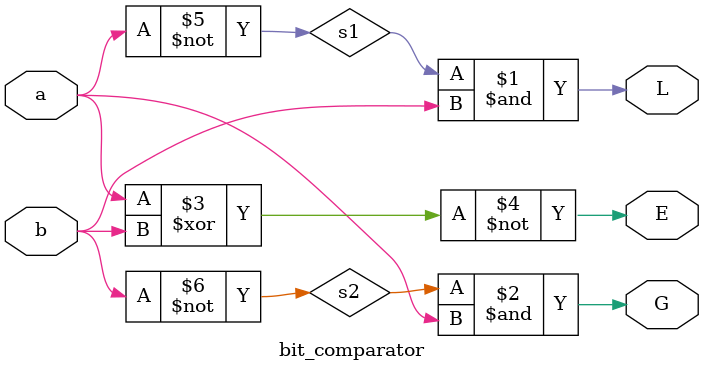
<source format=v>
`timescale 1ns / 1ps



module bit_comparator (a, b, L, E,G);
input a, b; output L, E, G;
wire s1, s2;
not X1(s1, a);
not X2 (s2, b);
and X3 (L,s1, b);
and X4 (G,s2, a);
xnor X5 (E, a, b);
endmodule
</source>
